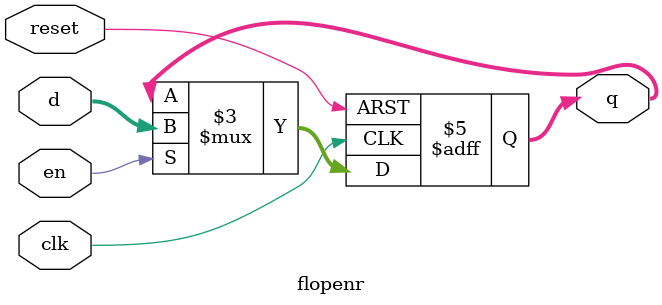
<source format=v>
module flopenr #(parameter WIDTH = 8)
    (
        input clk, reset, en,
        input [WIDTH-1:0] d,
        output reg [WIDTH-1:0] q
    );

    always @(posedge clk, posedge reset)
    begin
      if(reset) q<=0;
      else if(en) q<=d;
      else q<=q;
    end
endmodule
</source>
